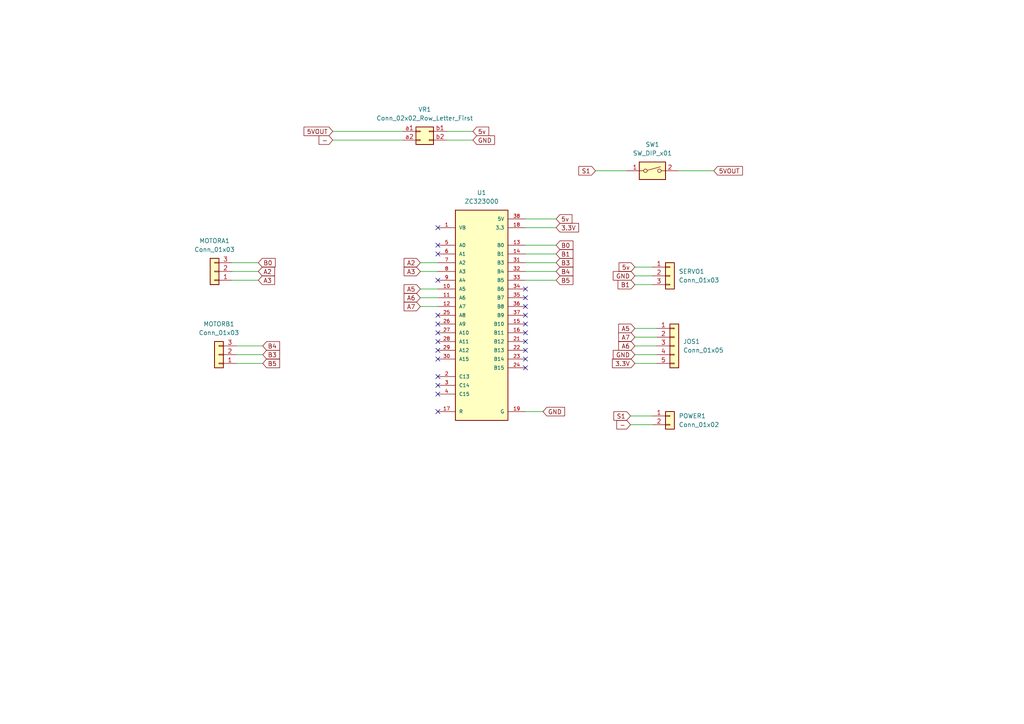
<source format=kicad_sch>
(kicad_sch
	(version 20250114)
	(generator "eeschema")
	(generator_version "9.0")
	(uuid "79364838-653f-49be-aa0d-4cabe2c1a89f")
	(paper "A4")
	(lib_symbols
		(symbol "Connector_Generic:Conn_01x02"
			(pin_names
				(offset 1.016)
				(hide yes)
			)
			(exclude_from_sim no)
			(in_bom yes)
			(on_board yes)
			(property "Reference" "J"
				(at 0 2.54 0)
				(effects
					(font
						(size 1.27 1.27)
					)
				)
			)
			(property "Value" "Conn_01x02"
				(at 0 -5.08 0)
				(effects
					(font
						(size 1.27 1.27)
					)
				)
			)
			(property "Footprint" ""
				(at 0 0 0)
				(effects
					(font
						(size 1.27 1.27)
					)
					(hide yes)
				)
			)
			(property "Datasheet" "~"
				(at 0 0 0)
				(effects
					(font
						(size 1.27 1.27)
					)
					(hide yes)
				)
			)
			(property "Description" "Generic connector, single row, 01x02, script generated (kicad-library-utils/schlib/autogen/connector/)"
				(at 0 0 0)
				(effects
					(font
						(size 1.27 1.27)
					)
					(hide yes)
				)
			)
			(property "ki_keywords" "connector"
				(at 0 0 0)
				(effects
					(font
						(size 1.27 1.27)
					)
					(hide yes)
				)
			)
			(property "ki_fp_filters" "Connector*:*_1x??_*"
				(at 0 0 0)
				(effects
					(font
						(size 1.27 1.27)
					)
					(hide yes)
				)
			)
			(symbol "Conn_01x02_1_1"
				(rectangle
					(start -1.27 1.27)
					(end 1.27 -3.81)
					(stroke
						(width 0.254)
						(type default)
					)
					(fill
						(type background)
					)
				)
				(rectangle
					(start -1.27 0.127)
					(end 0 -0.127)
					(stroke
						(width 0.1524)
						(type default)
					)
					(fill
						(type none)
					)
				)
				(rectangle
					(start -1.27 -2.413)
					(end 0 -2.667)
					(stroke
						(width 0.1524)
						(type default)
					)
					(fill
						(type none)
					)
				)
				(pin passive line
					(at -5.08 0 0)
					(length 3.81)
					(name "Pin_1"
						(effects
							(font
								(size 1.27 1.27)
							)
						)
					)
					(number "1"
						(effects
							(font
								(size 1.27 1.27)
							)
						)
					)
				)
				(pin passive line
					(at -5.08 -2.54 0)
					(length 3.81)
					(name "Pin_2"
						(effects
							(font
								(size 1.27 1.27)
							)
						)
					)
					(number "2"
						(effects
							(font
								(size 1.27 1.27)
							)
						)
					)
				)
			)
			(embedded_fonts no)
		)
		(symbol "Connector_Generic:Conn_01x03"
			(pin_names
				(offset 1.016)
				(hide yes)
			)
			(exclude_from_sim no)
			(in_bom yes)
			(on_board yes)
			(property "Reference" "J"
				(at 0 5.08 0)
				(effects
					(font
						(size 1.27 1.27)
					)
				)
			)
			(property "Value" "Conn_01x03"
				(at 0 -5.08 0)
				(effects
					(font
						(size 1.27 1.27)
					)
				)
			)
			(property "Footprint" ""
				(at 0 0 0)
				(effects
					(font
						(size 1.27 1.27)
					)
					(hide yes)
				)
			)
			(property "Datasheet" "~"
				(at 0 0 0)
				(effects
					(font
						(size 1.27 1.27)
					)
					(hide yes)
				)
			)
			(property "Description" "Generic connector, single row, 01x03, script generated (kicad-library-utils/schlib/autogen/connector/)"
				(at 0 0 0)
				(effects
					(font
						(size 1.27 1.27)
					)
					(hide yes)
				)
			)
			(property "ki_keywords" "connector"
				(at 0 0 0)
				(effects
					(font
						(size 1.27 1.27)
					)
					(hide yes)
				)
			)
			(property "ki_fp_filters" "Connector*:*_1x??_*"
				(at 0 0 0)
				(effects
					(font
						(size 1.27 1.27)
					)
					(hide yes)
				)
			)
			(symbol "Conn_01x03_1_1"
				(rectangle
					(start -1.27 3.81)
					(end 1.27 -3.81)
					(stroke
						(width 0.254)
						(type default)
					)
					(fill
						(type background)
					)
				)
				(rectangle
					(start -1.27 2.667)
					(end 0 2.413)
					(stroke
						(width 0.1524)
						(type default)
					)
					(fill
						(type none)
					)
				)
				(rectangle
					(start -1.27 0.127)
					(end 0 -0.127)
					(stroke
						(width 0.1524)
						(type default)
					)
					(fill
						(type none)
					)
				)
				(rectangle
					(start -1.27 -2.413)
					(end 0 -2.667)
					(stroke
						(width 0.1524)
						(type default)
					)
					(fill
						(type none)
					)
				)
				(pin passive line
					(at -5.08 2.54 0)
					(length 3.81)
					(name "Pin_1"
						(effects
							(font
								(size 1.27 1.27)
							)
						)
					)
					(number "1"
						(effects
							(font
								(size 1.27 1.27)
							)
						)
					)
				)
				(pin passive line
					(at -5.08 0 0)
					(length 3.81)
					(name "Pin_2"
						(effects
							(font
								(size 1.27 1.27)
							)
						)
					)
					(number "2"
						(effects
							(font
								(size 1.27 1.27)
							)
						)
					)
				)
				(pin passive line
					(at -5.08 -2.54 0)
					(length 3.81)
					(name "Pin_3"
						(effects
							(font
								(size 1.27 1.27)
							)
						)
					)
					(number "3"
						(effects
							(font
								(size 1.27 1.27)
							)
						)
					)
				)
			)
			(embedded_fonts no)
		)
		(symbol "Connector_Generic:Conn_01x05"
			(pin_names
				(offset 1.016)
				(hide yes)
			)
			(exclude_from_sim no)
			(in_bom yes)
			(on_board yes)
			(property "Reference" "J"
				(at 0 7.62 0)
				(effects
					(font
						(size 1.27 1.27)
					)
				)
			)
			(property "Value" "Conn_01x05"
				(at 0 -7.62 0)
				(effects
					(font
						(size 1.27 1.27)
					)
				)
			)
			(property "Footprint" ""
				(at 0 0 0)
				(effects
					(font
						(size 1.27 1.27)
					)
					(hide yes)
				)
			)
			(property "Datasheet" "~"
				(at 0 0 0)
				(effects
					(font
						(size 1.27 1.27)
					)
					(hide yes)
				)
			)
			(property "Description" "Generic connector, single row, 01x05, script generated (kicad-library-utils/schlib/autogen/connector/)"
				(at 0 0 0)
				(effects
					(font
						(size 1.27 1.27)
					)
					(hide yes)
				)
			)
			(property "ki_keywords" "connector"
				(at 0 0 0)
				(effects
					(font
						(size 1.27 1.27)
					)
					(hide yes)
				)
			)
			(property "ki_fp_filters" "Connector*:*_1x??_*"
				(at 0 0 0)
				(effects
					(font
						(size 1.27 1.27)
					)
					(hide yes)
				)
			)
			(symbol "Conn_01x05_1_1"
				(rectangle
					(start -1.27 6.35)
					(end 1.27 -6.35)
					(stroke
						(width 0.254)
						(type default)
					)
					(fill
						(type background)
					)
				)
				(rectangle
					(start -1.27 5.207)
					(end 0 4.953)
					(stroke
						(width 0.1524)
						(type default)
					)
					(fill
						(type none)
					)
				)
				(rectangle
					(start -1.27 2.667)
					(end 0 2.413)
					(stroke
						(width 0.1524)
						(type default)
					)
					(fill
						(type none)
					)
				)
				(rectangle
					(start -1.27 0.127)
					(end 0 -0.127)
					(stroke
						(width 0.1524)
						(type default)
					)
					(fill
						(type none)
					)
				)
				(rectangle
					(start -1.27 -2.413)
					(end 0 -2.667)
					(stroke
						(width 0.1524)
						(type default)
					)
					(fill
						(type none)
					)
				)
				(rectangle
					(start -1.27 -4.953)
					(end 0 -5.207)
					(stroke
						(width 0.1524)
						(type default)
					)
					(fill
						(type none)
					)
				)
				(pin passive line
					(at -5.08 5.08 0)
					(length 3.81)
					(name "Pin_1"
						(effects
							(font
								(size 1.27 1.27)
							)
						)
					)
					(number "1"
						(effects
							(font
								(size 1.27 1.27)
							)
						)
					)
				)
				(pin passive line
					(at -5.08 2.54 0)
					(length 3.81)
					(name "Pin_2"
						(effects
							(font
								(size 1.27 1.27)
							)
						)
					)
					(number "2"
						(effects
							(font
								(size 1.27 1.27)
							)
						)
					)
				)
				(pin passive line
					(at -5.08 0 0)
					(length 3.81)
					(name "Pin_3"
						(effects
							(font
								(size 1.27 1.27)
							)
						)
					)
					(number "3"
						(effects
							(font
								(size 1.27 1.27)
							)
						)
					)
				)
				(pin passive line
					(at -5.08 -2.54 0)
					(length 3.81)
					(name "Pin_4"
						(effects
							(font
								(size 1.27 1.27)
							)
						)
					)
					(number "4"
						(effects
							(font
								(size 1.27 1.27)
							)
						)
					)
				)
				(pin passive line
					(at -5.08 -5.08 0)
					(length 3.81)
					(name "Pin_5"
						(effects
							(font
								(size 1.27 1.27)
							)
						)
					)
					(number "5"
						(effects
							(font
								(size 1.27 1.27)
							)
						)
					)
				)
			)
			(embedded_fonts no)
		)
		(symbol "Connector_Generic:Conn_02x02_Row_Letter_First"
			(pin_names
				(offset 1.016)
				(hide yes)
			)
			(exclude_from_sim no)
			(in_bom yes)
			(on_board yes)
			(property "Reference" "J"
				(at 1.27 2.54 0)
				(effects
					(font
						(size 1.27 1.27)
					)
				)
			)
			(property "Value" "Conn_02x02_Row_Letter_First"
				(at 1.27 -5.08 0)
				(effects
					(font
						(size 1.27 1.27)
					)
				)
			)
			(property "Footprint" ""
				(at 0 0 0)
				(effects
					(font
						(size 1.27 1.27)
					)
					(hide yes)
				)
			)
			(property "Datasheet" "~"
				(at 0 0 0)
				(effects
					(font
						(size 1.27 1.27)
					)
					(hide yes)
				)
			)
			(property "Description" "Generic connector, double row, 02x02, row letter first pin numbering scheme (pin number consists of a letter for the row and a number for the pin index in this row. a1, ..., aN; b1, ..., bN), script generated (kicad-library-utils/schlib/autogen/connector/)"
				(at 0 0 0)
				(effects
					(font
						(size 1.27 1.27)
					)
					(hide yes)
				)
			)
			(property "ki_keywords" "connector"
				(at 0 0 0)
				(effects
					(font
						(size 1.27 1.27)
					)
					(hide yes)
				)
			)
			(property "ki_fp_filters" "Connector*:*_2x??_*"
				(at 0 0 0)
				(effects
					(font
						(size 1.27 1.27)
					)
					(hide yes)
				)
			)
			(symbol "Conn_02x02_Row_Letter_First_1_1"
				(rectangle
					(start -1.27 1.27)
					(end 3.81 -3.81)
					(stroke
						(width 0.254)
						(type default)
					)
					(fill
						(type background)
					)
				)
				(rectangle
					(start -1.27 0.127)
					(end 0 -0.127)
					(stroke
						(width 0.1524)
						(type default)
					)
					(fill
						(type none)
					)
				)
				(rectangle
					(start -1.27 -2.413)
					(end 0 -2.667)
					(stroke
						(width 0.1524)
						(type default)
					)
					(fill
						(type none)
					)
				)
				(rectangle
					(start 3.81 0.127)
					(end 2.54 -0.127)
					(stroke
						(width 0.1524)
						(type default)
					)
					(fill
						(type none)
					)
				)
				(rectangle
					(start 3.81 -2.413)
					(end 2.54 -2.667)
					(stroke
						(width 0.1524)
						(type default)
					)
					(fill
						(type none)
					)
				)
				(pin passive line
					(at -5.08 0 0)
					(length 3.81)
					(name "Pin_a1"
						(effects
							(font
								(size 1.27 1.27)
							)
						)
					)
					(number "a1"
						(effects
							(font
								(size 1.27 1.27)
							)
						)
					)
				)
				(pin passive line
					(at -5.08 -2.54 0)
					(length 3.81)
					(name "Pin_a2"
						(effects
							(font
								(size 1.27 1.27)
							)
						)
					)
					(number "a2"
						(effects
							(font
								(size 1.27 1.27)
							)
						)
					)
				)
				(pin passive line
					(at 7.62 0 180)
					(length 3.81)
					(name "Pin_b1"
						(effects
							(font
								(size 1.27 1.27)
							)
						)
					)
					(number "b1"
						(effects
							(font
								(size 1.27 1.27)
							)
						)
					)
				)
				(pin passive line
					(at 7.62 -2.54 180)
					(length 3.81)
					(name "Pin_b2"
						(effects
							(font
								(size 1.27 1.27)
							)
						)
					)
					(number "b2"
						(effects
							(font
								(size 1.27 1.27)
							)
						)
					)
				)
			)
			(embedded_fonts no)
		)
		(symbol "Switch:SW_DIP_x01"
			(pin_names
				(offset 0)
				(hide yes)
			)
			(exclude_from_sim no)
			(in_bom yes)
			(on_board yes)
			(property "Reference" "SW"
				(at 0 3.81 0)
				(effects
					(font
						(size 1.27 1.27)
					)
				)
			)
			(property "Value" "SW_DIP_x01"
				(at 0 -3.81 0)
				(effects
					(font
						(size 1.27 1.27)
					)
				)
			)
			(property "Footprint" ""
				(at 0 0 0)
				(effects
					(font
						(size 1.27 1.27)
					)
					(hide yes)
				)
			)
			(property "Datasheet" "~"
				(at 0 0 0)
				(effects
					(font
						(size 1.27 1.27)
					)
					(hide yes)
				)
			)
			(property "Description" "1x DIP Switch, Single Pole Single Throw (SPST) switch, small symbol"
				(at 0 0 0)
				(effects
					(font
						(size 1.27 1.27)
					)
					(hide yes)
				)
			)
			(property "ki_keywords" "dip switch"
				(at 0 0 0)
				(effects
					(font
						(size 1.27 1.27)
					)
					(hide yes)
				)
			)
			(property "ki_fp_filters" "SW?DIP?x1*"
				(at 0 0 0)
				(effects
					(font
						(size 1.27 1.27)
					)
					(hide yes)
				)
			)
			(symbol "SW_DIP_x01_0_0"
				(circle
					(center -2.032 0)
					(radius 0.508)
					(stroke
						(width 0)
						(type default)
					)
					(fill
						(type none)
					)
				)
				(polyline
					(pts
						(xy -1.524 0.127) (xy 2.3622 1.1684)
					)
					(stroke
						(width 0)
						(type default)
					)
					(fill
						(type none)
					)
				)
				(circle
					(center 2.032 0)
					(radius 0.508)
					(stroke
						(width 0)
						(type default)
					)
					(fill
						(type none)
					)
				)
			)
			(symbol "SW_DIP_x01_0_1"
				(rectangle
					(start -3.81 2.54)
					(end 3.81 -2.54)
					(stroke
						(width 0.254)
						(type default)
					)
					(fill
						(type background)
					)
				)
			)
			(symbol "SW_DIP_x01_1_1"
				(pin passive line
					(at -7.62 0 0)
					(length 5.08)
					(name "~"
						(effects
							(font
								(size 1.27 1.27)
							)
						)
					)
					(number "1"
						(effects
							(font
								(size 1.27 1.27)
							)
						)
					)
				)
				(pin passive line
					(at 7.62 0 180)
					(length 5.08)
					(name "~"
						(effects
							(font
								(size 1.27 1.27)
							)
						)
					)
					(number "2"
						(effects
							(font
								(size 1.27 1.27)
							)
						)
					)
				)
			)
			(embedded_fonts no)
		)
		(symbol "bulepill:ZC323000"
			(pin_names
				(offset 1.016)
			)
			(exclude_from_sim no)
			(in_bom yes)
			(on_board yes)
			(property "Reference" "U"
				(at -7.62 31.75 0)
				(effects
					(font
						(size 1.27 1.27)
					)
					(justify left bottom)
				)
			)
			(property "Value" "ZC323000"
				(at -7.62 -31.75 0)
				(effects
					(font
						(size 1.27 1.27)
					)
					(justify left top)
				)
			)
			(property "Footprint" "ZC323000:MODULE_ZC323000"
				(at 0 0 0)
				(effects
					(font
						(size 1.27 1.27)
					)
					(justify bottom)
					(hide yes)
				)
			)
			(property "Datasheet" ""
				(at 0 0 0)
				(effects
					(font
						(size 1.27 1.27)
					)
					(hide yes)
				)
			)
			(property "Description" ""
				(at 0 0 0)
				(effects
					(font
						(size 1.27 1.27)
					)
					(hide yes)
				)
			)
			(property "MF" "YKS"
				(at 0 0 0)
				(effects
					(font
						(size 1.27 1.27)
					)
					(justify bottom)
					(hide yes)
				)
			)
			(property "MAXIMUM_PACKAGE_HEIGHT" "N/A"
				(at 0 0 0)
				(effects
					(font
						(size 1.27 1.27)
					)
					(justify bottom)
					(hide yes)
				)
			)
			(property "Package" "None"
				(at 0 0 0)
				(effects
					(font
						(size 1.27 1.27)
					)
					(justify bottom)
					(hide yes)
				)
			)
			(property "Price" "None"
				(at 0 0 0)
				(effects
					(font
						(size 1.27 1.27)
					)
					(justify bottom)
					(hide yes)
				)
			)
			(property "Check_prices" "https://www.snapeda.com/parts/ZC323000/YKS/view-part/?ref=eda"
				(at 0 0 0)
				(effects
					(font
						(size 1.27 1.27)
					)
					(justify bottom)
					(hide yes)
				)
			)
			(property "STANDARD" "Manufacturer Recommendations"
				(at 0 0 0)
				(effects
					(font
						(size 1.27 1.27)
					)
					(justify bottom)
					(hide yes)
				)
			)
			(property "PARTREV" "N/A"
				(at 0 0 0)
				(effects
					(font
						(size 1.27 1.27)
					)
					(justify bottom)
					(hide yes)
				)
			)
			(property "SnapEDA_Link" "https://www.snapeda.com/parts/ZC323000/YKS/view-part/?ref=snap"
				(at 0 0 0)
				(effects
					(font
						(size 1.27 1.27)
					)
					(justify bottom)
					(hide yes)
				)
			)
			(property "MP" "ZC323000"
				(at 0 0 0)
				(effects
					(font
						(size 1.27 1.27)
					)
					(justify bottom)
					(hide yes)
				)
			)
			(property "Description_1" "STM32F103C8T6 ARM STM32 Minimum System Development Board Module For Arduino"
				(at 0 0 0)
				(effects
					(font
						(size 1.27 1.27)
					)
					(justify bottom)
					(hide yes)
				)
			)
			(property "Availability" "Not in stock"
				(at 0 0 0)
				(effects
					(font
						(size 1.27 1.27)
					)
					(justify bottom)
					(hide yes)
				)
			)
			(property "MANUFACTURER" "YKS"
				(at 0 0 0)
				(effects
					(font
						(size 1.27 1.27)
					)
					(justify bottom)
					(hide yes)
				)
			)
			(symbol "ZC323000_0_0"
				(rectangle
					(start -7.62 -30.48)
					(end 7.62 30.48)
					(stroke
						(width 0.254)
						(type default)
					)
					(fill
						(type background)
					)
				)
				(pin bidirectional line
					(at -12.7 25.4 0)
					(length 5.08)
					(name "VB"
						(effects
							(font
								(size 1.016 1.016)
							)
						)
					)
					(number "1"
						(effects
							(font
								(size 1.016 1.016)
							)
						)
					)
				)
				(pin bidirectional line
					(at -12.7 20.32 0)
					(length 5.08)
					(name "A0"
						(effects
							(font
								(size 1.016 1.016)
							)
						)
					)
					(number "5"
						(effects
							(font
								(size 1.016 1.016)
							)
						)
					)
				)
				(pin bidirectional line
					(at -12.7 17.78 0)
					(length 5.08)
					(name "A1"
						(effects
							(font
								(size 1.016 1.016)
							)
						)
					)
					(number "6"
						(effects
							(font
								(size 1.016 1.016)
							)
						)
					)
				)
				(pin bidirectional line
					(at -12.7 15.24 0)
					(length 5.08)
					(name "A2"
						(effects
							(font
								(size 1.016 1.016)
							)
						)
					)
					(number "7"
						(effects
							(font
								(size 1.016 1.016)
							)
						)
					)
				)
				(pin bidirectional line
					(at -12.7 12.7 0)
					(length 5.08)
					(name "A3"
						(effects
							(font
								(size 1.016 1.016)
							)
						)
					)
					(number "8"
						(effects
							(font
								(size 1.016 1.016)
							)
						)
					)
				)
				(pin bidirectional line
					(at -12.7 10.16 0)
					(length 5.08)
					(name "A4"
						(effects
							(font
								(size 1.016 1.016)
							)
						)
					)
					(number "9"
						(effects
							(font
								(size 1.016 1.016)
							)
						)
					)
				)
				(pin bidirectional line
					(at -12.7 7.62 0)
					(length 5.08)
					(name "A5"
						(effects
							(font
								(size 1.016 1.016)
							)
						)
					)
					(number "10"
						(effects
							(font
								(size 1.016 1.016)
							)
						)
					)
				)
				(pin bidirectional line
					(at -12.7 5.08 0)
					(length 5.08)
					(name "A6"
						(effects
							(font
								(size 1.016 1.016)
							)
						)
					)
					(number "11"
						(effects
							(font
								(size 1.016 1.016)
							)
						)
					)
				)
				(pin bidirectional line
					(at -12.7 2.54 0)
					(length 5.08)
					(name "A7"
						(effects
							(font
								(size 1.016 1.016)
							)
						)
					)
					(number "12"
						(effects
							(font
								(size 1.016 1.016)
							)
						)
					)
				)
				(pin bidirectional line
					(at -12.7 0 0)
					(length 5.08)
					(name "A8"
						(effects
							(font
								(size 1.016 1.016)
							)
						)
					)
					(number "25"
						(effects
							(font
								(size 1.016 1.016)
							)
						)
					)
				)
				(pin bidirectional line
					(at -12.7 -2.54 0)
					(length 5.08)
					(name "A9"
						(effects
							(font
								(size 1.016 1.016)
							)
						)
					)
					(number "26"
						(effects
							(font
								(size 1.016 1.016)
							)
						)
					)
				)
				(pin bidirectional line
					(at -12.7 -5.08 0)
					(length 5.08)
					(name "A10"
						(effects
							(font
								(size 1.016 1.016)
							)
						)
					)
					(number "27"
						(effects
							(font
								(size 1.016 1.016)
							)
						)
					)
				)
				(pin bidirectional line
					(at -12.7 -7.62 0)
					(length 5.08)
					(name "A11"
						(effects
							(font
								(size 1.016 1.016)
							)
						)
					)
					(number "28"
						(effects
							(font
								(size 1.016 1.016)
							)
						)
					)
				)
				(pin bidirectional line
					(at -12.7 -10.16 0)
					(length 5.08)
					(name "A12"
						(effects
							(font
								(size 1.016 1.016)
							)
						)
					)
					(number "29"
						(effects
							(font
								(size 1.016 1.016)
							)
						)
					)
				)
				(pin bidirectional line
					(at -12.7 -12.7 0)
					(length 5.08)
					(name "A15"
						(effects
							(font
								(size 1.016 1.016)
							)
						)
					)
					(number "30"
						(effects
							(font
								(size 1.016 1.016)
							)
						)
					)
				)
				(pin bidirectional line
					(at -12.7 -17.78 0)
					(length 5.08)
					(name "C13"
						(effects
							(font
								(size 1.016 1.016)
							)
						)
					)
					(number "2"
						(effects
							(font
								(size 1.016 1.016)
							)
						)
					)
				)
				(pin bidirectional line
					(at -12.7 -20.32 0)
					(length 5.08)
					(name "C14"
						(effects
							(font
								(size 1.016 1.016)
							)
						)
					)
					(number "3"
						(effects
							(font
								(size 1.016 1.016)
							)
						)
					)
				)
				(pin bidirectional line
					(at -12.7 -22.86 0)
					(length 5.08)
					(name "C15"
						(effects
							(font
								(size 1.016 1.016)
							)
						)
					)
					(number "4"
						(effects
							(font
								(size 1.016 1.016)
							)
						)
					)
				)
				(pin bidirectional line
					(at -12.7 -27.94 0)
					(length 5.08)
					(name "R"
						(effects
							(font
								(size 1.016 1.016)
							)
						)
					)
					(number "17"
						(effects
							(font
								(size 1.016 1.016)
							)
						)
					)
				)
				(pin power_in line
					(at 12.7 27.94 180)
					(length 5.08)
					(name "5V"
						(effects
							(font
								(size 1.016 1.016)
							)
						)
					)
					(number "38"
						(effects
							(font
								(size 1.016 1.016)
							)
						)
					)
				)
				(pin power_in line
					(at 12.7 25.4 180)
					(length 5.08)
					(name "3.3"
						(effects
							(font
								(size 1.016 1.016)
							)
						)
					)
					(number "18"
						(effects
							(font
								(size 1.016 1.016)
							)
						)
					)
				)
				(pin power_in line
					(at 12.7 25.4 180)
					(length 5.08)
					(hide yes)
					(name "3.3"
						(effects
							(font
								(size 1.016 1.016)
							)
						)
					)
					(number "40"
						(effects
							(font
								(size 1.016 1.016)
							)
						)
					)
				)
				(pin bidirectional line
					(at 12.7 20.32 180)
					(length 5.08)
					(name "B0"
						(effects
							(font
								(size 1.016 1.016)
							)
						)
					)
					(number "13"
						(effects
							(font
								(size 1.016 1.016)
							)
						)
					)
				)
				(pin bidirectional line
					(at 12.7 17.78 180)
					(length 5.08)
					(name "B1"
						(effects
							(font
								(size 1.016 1.016)
							)
						)
					)
					(number "14"
						(effects
							(font
								(size 1.016 1.016)
							)
						)
					)
				)
				(pin bidirectional line
					(at 12.7 15.24 180)
					(length 5.08)
					(name "B3"
						(effects
							(font
								(size 1.016 1.016)
							)
						)
					)
					(number "31"
						(effects
							(font
								(size 1.016 1.016)
							)
						)
					)
				)
				(pin bidirectional line
					(at 12.7 12.7 180)
					(length 5.08)
					(name "B4"
						(effects
							(font
								(size 1.016 1.016)
							)
						)
					)
					(number "32"
						(effects
							(font
								(size 1.016 1.016)
							)
						)
					)
				)
				(pin bidirectional line
					(at 12.7 10.16 180)
					(length 5.08)
					(name "B5"
						(effects
							(font
								(size 1.016 1.016)
							)
						)
					)
					(number "33"
						(effects
							(font
								(size 1.016 1.016)
							)
						)
					)
				)
				(pin bidirectional line
					(at 12.7 7.62 180)
					(length 5.08)
					(name "B6"
						(effects
							(font
								(size 1.016 1.016)
							)
						)
					)
					(number "34"
						(effects
							(font
								(size 1.016 1.016)
							)
						)
					)
				)
				(pin bidirectional line
					(at 12.7 5.08 180)
					(length 5.08)
					(name "B7"
						(effects
							(font
								(size 1.016 1.016)
							)
						)
					)
					(number "35"
						(effects
							(font
								(size 1.016 1.016)
							)
						)
					)
				)
				(pin bidirectional line
					(at 12.7 2.54 180)
					(length 5.08)
					(name "B8"
						(effects
							(font
								(size 1.016 1.016)
							)
						)
					)
					(number "36"
						(effects
							(font
								(size 1.016 1.016)
							)
						)
					)
				)
				(pin bidirectional line
					(at 12.7 0 180)
					(length 5.08)
					(name "B9"
						(effects
							(font
								(size 1.016 1.016)
							)
						)
					)
					(number "37"
						(effects
							(font
								(size 1.016 1.016)
							)
						)
					)
				)
				(pin bidirectional line
					(at 12.7 -2.54 180)
					(length 5.08)
					(name "B10"
						(effects
							(font
								(size 1.016 1.016)
							)
						)
					)
					(number "15"
						(effects
							(font
								(size 1.016 1.016)
							)
						)
					)
				)
				(pin bidirectional line
					(at 12.7 -5.08 180)
					(length 5.08)
					(name "B11"
						(effects
							(font
								(size 1.016 1.016)
							)
						)
					)
					(number "16"
						(effects
							(font
								(size 1.016 1.016)
							)
						)
					)
				)
				(pin bidirectional line
					(at 12.7 -7.62 180)
					(length 5.08)
					(name "B12"
						(effects
							(font
								(size 1.016 1.016)
							)
						)
					)
					(number "21"
						(effects
							(font
								(size 1.016 1.016)
							)
						)
					)
				)
				(pin bidirectional line
					(at 12.7 -10.16 180)
					(length 5.08)
					(name "B13"
						(effects
							(font
								(size 1.016 1.016)
							)
						)
					)
					(number "22"
						(effects
							(font
								(size 1.016 1.016)
							)
						)
					)
				)
				(pin bidirectional line
					(at 12.7 -12.7 180)
					(length 5.08)
					(name "B14"
						(effects
							(font
								(size 1.016 1.016)
							)
						)
					)
					(number "23"
						(effects
							(font
								(size 1.016 1.016)
							)
						)
					)
				)
				(pin bidirectional line
					(at 12.7 -15.24 180)
					(length 5.08)
					(name "B15"
						(effects
							(font
								(size 1.016 1.016)
							)
						)
					)
					(number "24"
						(effects
							(font
								(size 1.016 1.016)
							)
						)
					)
				)
				(pin power_in line
					(at 12.7 -27.94 180)
					(length 5.08)
					(name "G"
						(effects
							(font
								(size 1.016 1.016)
							)
						)
					)
					(number "19"
						(effects
							(font
								(size 1.016 1.016)
							)
						)
					)
				)
				(pin power_in line
					(at 12.7 -27.94 180)
					(length 5.08)
					(hide yes)
					(name "G"
						(effects
							(font
								(size 1.016 1.016)
							)
						)
					)
					(number "20"
						(effects
							(font
								(size 1.016 1.016)
							)
						)
					)
				)
				(pin power_in line
					(at 12.7 -27.94 180)
					(length 5.08)
					(hide yes)
					(name "G"
						(effects
							(font
								(size 1.016 1.016)
							)
						)
					)
					(number "39"
						(effects
							(font
								(size 1.016 1.016)
							)
						)
					)
				)
			)
			(embedded_fonts no)
		)
	)
	(no_connect
		(at 152.4 96.52)
		(uuid "1409956e-9bad-45c3-b218-99ac6e9eb47a")
	)
	(no_connect
		(at 127 73.66)
		(uuid "2075f63e-de25-4184-8cd6-5e3a72e243d7")
	)
	(no_connect
		(at 152.4 101.6)
		(uuid "25fb864f-8c00-4abc-854b-126013dc4fa6")
	)
	(no_connect
		(at 152.4 106.68)
		(uuid "422492e4-348b-4904-8098-e0415fae36da")
	)
	(no_connect
		(at 127 109.22)
		(uuid "490d50f3-bb13-4129-8f7a-4af8aca3232b")
	)
	(no_connect
		(at 152.4 91.44)
		(uuid "567aeac9-36aa-42fe-b726-a184092b32f8")
	)
	(no_connect
		(at 127 111.76)
		(uuid "69855662-2639-45c7-94cf-2acb8779db40")
	)
	(no_connect
		(at 152.4 83.82)
		(uuid "716f27bd-aa4f-4279-9b38-6395226f05fa")
	)
	(no_connect
		(at 152.4 104.14)
		(uuid "71cd67d1-a460-4ed4-9a86-67d80bda6d00")
	)
	(no_connect
		(at 127 66.04)
		(uuid "731b13d1-85b4-4471-b9ef-6425bcee86df")
	)
	(no_connect
		(at 127 99.06)
		(uuid "8536d710-2ab4-4d5c-a670-7666a22247c4")
	)
	(no_connect
		(at 127 101.6)
		(uuid "8747f978-adad-4036-b65d-8a62b6deaa45")
	)
	(no_connect
		(at 127 81.28)
		(uuid "8d5991ed-57eb-47fd-a5ee-7c47380ffc22")
	)
	(no_connect
		(at 127 114.3)
		(uuid "8f559ce3-71ad-419f-bb0b-ac5f288c83bf")
	)
	(no_connect
		(at 127 93.98)
		(uuid "9742a9ed-0921-4843-88b2-f1d8d426fd2c")
	)
	(no_connect
		(at 152.4 93.98)
		(uuid "9f54d485-130a-4941-b335-5bea1e1f5905")
	)
	(no_connect
		(at 152.4 99.06)
		(uuid "a977535e-b43e-4249-9141-a9f381e407b5")
	)
	(no_connect
		(at 152.4 86.36)
		(uuid "b443b6e5-55fa-4a7d-ad34-fd94bca45f55")
	)
	(no_connect
		(at 127 104.14)
		(uuid "b56f8c5a-7a82-41ee-891e-2a3197498ba8")
	)
	(no_connect
		(at 127 91.44)
		(uuid "c2dc1335-8f62-40e1-80a9-39a8c43334b5")
	)
	(no_connect
		(at 127 96.52)
		(uuid "cfad66b3-1635-48fb-bbfd-6707f282b703")
	)
	(no_connect
		(at 152.4 88.9)
		(uuid "e0e4007a-fe4f-44c3-b33a-e7120223086c")
	)
	(no_connect
		(at 127 71.12)
		(uuid "e8cc93f2-1fef-4715-924b-f55fa5505ceb")
	)
	(no_connect
		(at 127 119.38)
		(uuid "f7a6b6f8-244e-4cad-bb8d-84a53fde5c8b")
	)
	(wire
		(pts
			(xy 152.4 71.12) (xy 161.29 71.12)
		)
		(stroke
			(width 0)
			(type default)
		)
		(uuid "003b3cce-629e-47fd-a23c-5374ae8d4adc")
	)
	(wire
		(pts
			(xy 96.52 38.1) (xy 116.84 38.1)
		)
		(stroke
			(width 0)
			(type default)
		)
		(uuid "0da89797-674b-404c-bcc7-54edd03e9260")
	)
	(wire
		(pts
			(xy 121.92 83.82) (xy 127 83.82)
		)
		(stroke
			(width 0)
			(type default)
		)
		(uuid "11cb3fb9-7a7b-42b6-803e-edee209b6c5f")
	)
	(wire
		(pts
			(xy 152.4 81.28) (xy 161.29 81.28)
		)
		(stroke
			(width 0)
			(type default)
		)
		(uuid "13d0f838-4014-4473-b529-6b74448e105c")
	)
	(wire
		(pts
			(xy 184.15 95.25) (xy 190.5 95.25)
		)
		(stroke
			(width 0)
			(type default)
		)
		(uuid "2b7d5d03-cb96-48da-a3a7-c70c0c37b880")
	)
	(wire
		(pts
			(xy 121.92 88.9) (xy 127 88.9)
		)
		(stroke
			(width 0)
			(type default)
		)
		(uuid "2f3c699e-feef-4f79-9a7f-2eb1b1aebe25")
	)
	(wire
		(pts
			(xy 184.15 80.01) (xy 189.23 80.01)
		)
		(stroke
			(width 0)
			(type default)
		)
		(uuid "377074ba-24d2-4df3-81f9-091cb4316fcd")
	)
	(wire
		(pts
			(xy 184.15 102.87) (xy 190.5 102.87)
		)
		(stroke
			(width 0)
			(type default)
		)
		(uuid "385faea6-2ccd-4d6d-91e4-d5544fe78776")
	)
	(wire
		(pts
			(xy 67.31 81.28) (xy 74.93 81.28)
		)
		(stroke
			(width 0)
			(type default)
		)
		(uuid "3aaa5841-9184-483e-a118-abb0a977e6fb")
	)
	(wire
		(pts
			(xy 121.92 76.2) (xy 127 76.2)
		)
		(stroke
			(width 0)
			(type default)
		)
		(uuid "46959e78-2354-4f99-90a1-e1b0f724db09")
	)
	(wire
		(pts
			(xy 129.54 40.64) (xy 137.16 40.64)
		)
		(stroke
			(width 0)
			(type default)
		)
		(uuid "47a5f59e-cce3-43d0-be3d-4e52b8ea7491")
	)
	(wire
		(pts
			(xy 152.4 78.74) (xy 161.29 78.74)
		)
		(stroke
			(width 0)
			(type default)
		)
		(uuid "47ee5be2-e716-411c-bf56-d719231e8c72")
	)
	(wire
		(pts
			(xy 67.31 78.74) (xy 74.93 78.74)
		)
		(stroke
			(width 0)
			(type default)
		)
		(uuid "4d900b41-a9f0-4d6d-9e97-7e491597c9f8")
	)
	(wire
		(pts
			(xy 152.4 73.66) (xy 161.29 73.66)
		)
		(stroke
			(width 0)
			(type default)
		)
		(uuid "523535af-762d-4328-8414-6f8f16008307")
	)
	(wire
		(pts
			(xy 184.15 97.79) (xy 190.5 97.79)
		)
		(stroke
			(width 0)
			(type default)
		)
		(uuid "574563be-b10f-4555-b389-2b75756e13e4")
	)
	(wire
		(pts
			(xy 129.54 38.1) (xy 137.16 38.1)
		)
		(stroke
			(width 0)
			(type default)
		)
		(uuid "69affd41-3666-4c7d-9720-858da7a8f639")
	)
	(wire
		(pts
			(xy 182.88 123.19) (xy 189.23 123.19)
		)
		(stroke
			(width 0)
			(type default)
		)
		(uuid "6a0afc49-6b7d-40b8-a481-efc63e52f9ad")
	)
	(wire
		(pts
			(xy 152.4 63.5) (xy 161.29 63.5)
		)
		(stroke
			(width 0)
			(type default)
		)
		(uuid "70ffafb4-015e-4d79-b3c9-6debd9e52876")
	)
	(wire
		(pts
			(xy 68.58 102.87) (xy 76.2 102.87)
		)
		(stroke
			(width 0)
			(type default)
		)
		(uuid "7c8a09db-bc47-464d-b3cd-2135d5b2ef84")
	)
	(wire
		(pts
			(xy 182.88 120.65) (xy 189.23 120.65)
		)
		(stroke
			(width 0)
			(type default)
		)
		(uuid "86589bbb-bd85-455a-8e82-0beaa1116553")
	)
	(wire
		(pts
			(xy 172.72 49.53) (xy 181.61 49.53)
		)
		(stroke
			(width 0)
			(type default)
		)
		(uuid "879c69f3-aff6-469e-ae64-bc7ca35e8623")
	)
	(wire
		(pts
			(xy 184.15 100.33) (xy 190.5 100.33)
		)
		(stroke
			(width 0)
			(type default)
		)
		(uuid "88822d35-bd08-4a1f-af62-5f48b989ebca")
	)
	(wire
		(pts
			(xy 96.52 40.64) (xy 116.84 40.64)
		)
		(stroke
			(width 0)
			(type default)
		)
		(uuid "8a6cfdfb-0015-40b6-866c-6c8c240dbc15")
	)
	(wire
		(pts
			(xy 184.15 105.41) (xy 190.5 105.41)
		)
		(stroke
			(width 0)
			(type default)
		)
		(uuid "95a821f1-bc2f-4dd0-904f-d8ca77cdf35d")
	)
	(wire
		(pts
			(xy 68.58 105.41) (xy 76.2 105.41)
		)
		(stroke
			(width 0)
			(type default)
		)
		(uuid "9fce4570-516d-45d9-a06a-c04eed2fff7a")
	)
	(wire
		(pts
			(xy 121.92 78.74) (xy 127 78.74)
		)
		(stroke
			(width 0)
			(type default)
		)
		(uuid "aebb8cb2-7d01-4dcd-9d84-5ada8e24b3a0")
	)
	(wire
		(pts
			(xy 121.92 86.36) (xy 127 86.36)
		)
		(stroke
			(width 0)
			(type default)
		)
		(uuid "beacffbd-35e2-4452-bf09-10d927add782")
	)
	(wire
		(pts
			(xy 152.4 66.04) (xy 161.29 66.04)
		)
		(stroke
			(width 0)
			(type default)
		)
		(uuid "c9819f91-2bef-4b7c-82e9-782966ab24a3")
	)
	(wire
		(pts
			(xy 184.15 82.55) (xy 189.23 82.55)
		)
		(stroke
			(width 0)
			(type default)
		)
		(uuid "cb4d1839-f86a-4993-8f17-b7db7bdd9708")
	)
	(wire
		(pts
			(xy 152.4 76.2) (xy 161.29 76.2)
		)
		(stroke
			(width 0)
			(type default)
		)
		(uuid "cbf93737-533d-428e-ad23-ecd458513cd6")
	)
	(wire
		(pts
			(xy 196.85 49.53) (xy 207.01 49.53)
		)
		(stroke
			(width 0)
			(type default)
		)
		(uuid "d1b409ac-6d02-4b19-8f6c-485b001ecd8f")
	)
	(wire
		(pts
			(xy 152.4 119.38) (xy 157.48 119.38)
		)
		(stroke
			(width 0)
			(type default)
		)
		(uuid "d2852a83-70e1-432c-b903-731eddd045eb")
	)
	(wire
		(pts
			(xy 68.58 100.33) (xy 76.2 100.33)
		)
		(stroke
			(width 0)
			(type default)
		)
		(uuid "dace8b15-7978-468f-b1da-525bae9dbf9b")
	)
	(wire
		(pts
			(xy 184.15 77.47) (xy 189.23 77.47)
		)
		(stroke
			(width 0)
			(type default)
		)
		(uuid "e1c9ea6d-e9d3-46aa-9012-19e0a57d877c")
	)
	(wire
		(pts
			(xy 67.31 76.2) (xy 74.93 76.2)
		)
		(stroke
			(width 0)
			(type default)
		)
		(uuid "ed6bf5ff-4713-4849-a949-cda4597958dc")
	)
	(global_label "A2"
		(shape input)
		(at 121.92 76.2 180)
		(fields_autoplaced yes)
		(effects
			(font
				(size 1.27 1.27)
			)
			(justify right)
		)
		(uuid "08ebf263-de93-4912-96a9-ca5fa7b25297")
		(property "Intersheetrefs" "${INTERSHEET_REFS}"
			(at 116.6367 76.2 0)
			(effects
				(font
					(size 1.27 1.27)
				)
				(justify right)
				(hide yes)
			)
		)
	)
	(global_label "A6"
		(shape input)
		(at 121.92 86.36 180)
		(fields_autoplaced yes)
		(effects
			(font
				(size 1.27 1.27)
			)
			(justify right)
		)
		(uuid "26e53679-9dd0-413c-a184-c62dc3ad092e")
		(property "Intersheetrefs" "${INTERSHEET_REFS}"
			(at 116.6367 86.36 0)
			(effects
				(font
					(size 1.27 1.27)
				)
				(justify right)
				(hide yes)
			)
		)
	)
	(global_label "-"
		(shape input)
		(at 96.52 40.64 180)
		(fields_autoplaced yes)
		(effects
			(font
				(size 1.27 1.27)
			)
			(justify right)
		)
		(uuid "2ddaeb90-7a78-4884-bd7f-587886aebaf4")
		(property "Intersheetrefs" "${INTERSHEET_REFS}"
			(at 91.9624 40.64 0)
			(effects
				(font
					(size 1.27 1.27)
				)
				(justify right)
				(hide yes)
			)
		)
	)
	(global_label "S1"
		(shape input)
		(at 172.72 49.53 180)
		(fields_autoplaced yes)
		(effects
			(font
				(size 1.27 1.27)
			)
			(justify right)
		)
		(uuid "2e922bd8-b901-450d-90ef-67717a1ac554")
		(property "Intersheetrefs" "${INTERSHEET_REFS}"
			(at 167.3158 49.53 0)
			(effects
				(font
					(size 1.27 1.27)
				)
				(justify right)
				(hide yes)
			)
		)
	)
	(global_label "3.3V"
		(shape input)
		(at 161.29 66.04 0)
		(fields_autoplaced yes)
		(effects
			(font
				(size 1.27 1.27)
			)
			(justify left)
		)
		(uuid "33b7a775-49e0-4733-b6c2-1d61c195cc35")
		(property "Intersheetrefs" "${INTERSHEET_REFS}"
			(at 168.3876 66.04 0)
			(effects
				(font
					(size 1.27 1.27)
				)
				(justify left)
				(hide yes)
			)
		)
	)
	(global_label "5VOUT"
		(shape input)
		(at 96.52 38.1 180)
		(fields_autoplaced yes)
		(effects
			(font
				(size 1.27 1.27)
			)
			(justify right)
		)
		(uuid "486ac651-bdd8-488a-8b9c-fcca5be2467d")
		(property "Intersheetrefs" "${INTERSHEET_REFS}"
			(at 87.6081 38.1 0)
			(effects
				(font
					(size 1.27 1.27)
				)
				(justify right)
				(hide yes)
			)
		)
	)
	(global_label "GND"
		(shape input)
		(at 184.15 80.01 180)
		(fields_autoplaced yes)
		(effects
			(font
				(size 1.27 1.27)
			)
			(justify right)
		)
		(uuid "4a91a97a-7844-434a-a060-825616af3b72")
		(property "Intersheetrefs" "${INTERSHEET_REFS}"
			(at 177.2943 80.01 0)
			(effects
				(font
					(size 1.27 1.27)
				)
				(justify right)
				(hide yes)
			)
		)
	)
	(global_label "B3"
		(shape input)
		(at 76.2 102.87 0)
		(fields_autoplaced yes)
		(effects
			(font
				(size 1.27 1.27)
			)
			(justify left)
		)
		(uuid "628bc8cb-9ba7-4349-89fe-106d8ec8c5e7")
		(property "Intersheetrefs" "${INTERSHEET_REFS}"
			(at 81.6647 102.87 0)
			(effects
				(font
					(size 1.27 1.27)
				)
				(justify left)
				(hide yes)
			)
		)
	)
	(global_label "A2"
		(shape input)
		(at 74.93 78.74 0)
		(fields_autoplaced yes)
		(effects
			(font
				(size 1.27 1.27)
			)
			(justify left)
		)
		(uuid "747bb513-f594-4e0e-8007-f81da43221ad")
		(property "Intersheetrefs" "${INTERSHEET_REFS}"
			(at 80.2133 78.74 0)
			(effects
				(font
					(size 1.27 1.27)
				)
				(justify left)
				(hide yes)
			)
		)
	)
	(global_label "A5"
		(shape input)
		(at 184.15 95.25 180)
		(fields_autoplaced yes)
		(effects
			(font
				(size 1.27 1.27)
			)
			(justify right)
		)
		(uuid "74ce4ac7-96ea-4c8f-bdc2-63fd01be685b")
		(property "Intersheetrefs" "${INTERSHEET_REFS}"
			(at 178.8667 95.25 0)
			(effects
				(font
					(size 1.27 1.27)
				)
				(justify right)
				(hide yes)
			)
		)
	)
	(global_label "B0"
		(shape input)
		(at 74.93 76.2 0)
		(fields_autoplaced yes)
		(effects
			(font
				(size 1.27 1.27)
			)
			(justify left)
		)
		(uuid "75fa8c60-f00c-4fe7-93f2-4a8902ddafae")
		(property "Intersheetrefs" "${INTERSHEET_REFS}"
			(at 80.3947 76.2 0)
			(effects
				(font
					(size 1.27 1.27)
				)
				(justify left)
				(hide yes)
			)
		)
	)
	(global_label "5VOUT"
		(shape input)
		(at 207.01 49.53 0)
		(fields_autoplaced yes)
		(effects
			(font
				(size 1.27 1.27)
			)
			(justify left)
		)
		(uuid "7a4ad997-6037-40ef-99d1-3cb4eb40791d")
		(property "Intersheetrefs" "${INTERSHEET_REFS}"
			(at 215.9219 49.53 0)
			(effects
				(font
					(size 1.27 1.27)
				)
				(justify left)
				(hide yes)
			)
		)
	)
	(global_label "B3"
		(shape input)
		(at 161.29 76.2 0)
		(fields_autoplaced yes)
		(effects
			(font
				(size 1.27 1.27)
			)
			(justify left)
		)
		(uuid "7c50ba76-9030-401e-a819-992d681dd7f6")
		(property "Intersheetrefs" "${INTERSHEET_REFS}"
			(at 166.7547 76.2 0)
			(effects
				(font
					(size 1.27 1.27)
				)
				(justify left)
				(hide yes)
			)
		)
	)
	(global_label "A6"
		(shape input)
		(at 184.15 100.33 180)
		(fields_autoplaced yes)
		(effects
			(font
				(size 1.27 1.27)
			)
			(justify right)
		)
		(uuid "7da7deaa-eaa1-4a76-944a-3e4268ec76ce")
		(property "Intersheetrefs" "${INTERSHEET_REFS}"
			(at 178.8667 100.33 0)
			(effects
				(font
					(size 1.27 1.27)
				)
				(justify right)
				(hide yes)
			)
		)
	)
	(global_label "B1"
		(shape input)
		(at 184.15 82.55 180)
		(fields_autoplaced yes)
		(effects
			(font
				(size 1.27 1.27)
			)
			(justify right)
		)
		(uuid "7e08dbe7-67b8-4633-9a65-a1cab95fdc4e")
		(property "Intersheetrefs" "${INTERSHEET_REFS}"
			(at 178.6853 82.55 0)
			(effects
				(font
					(size 1.27 1.27)
				)
				(justify right)
				(hide yes)
			)
		)
	)
	(global_label "5v"
		(shape input)
		(at 184.15 77.47 180)
		(fields_autoplaced yes)
		(effects
			(font
				(size 1.27 1.27)
			)
			(justify right)
		)
		(uuid "82d84e9f-a33e-4a95-abee-96c81181124a")
		(property "Intersheetrefs" "${INTERSHEET_REFS}"
			(at 178.9877 77.47 0)
			(effects
				(font
					(size 1.27 1.27)
				)
				(justify right)
				(hide yes)
			)
		)
	)
	(global_label "A3"
		(shape input)
		(at 121.92 78.74 180)
		(fields_autoplaced yes)
		(effects
			(font
				(size 1.27 1.27)
			)
			(justify right)
		)
		(uuid "83214f57-f904-4ed5-ae21-409b6ec311b7")
		(property "Intersheetrefs" "${INTERSHEET_REFS}"
			(at 116.6367 78.74 0)
			(effects
				(font
					(size 1.27 1.27)
				)
				(justify right)
				(hide yes)
			)
		)
	)
	(global_label "B5"
		(shape input)
		(at 161.29 81.28 0)
		(fields_autoplaced yes)
		(effects
			(font
				(size 1.27 1.27)
			)
			(justify left)
		)
		(uuid "90b676c6-e589-4fe2-b6c7-62fac73b6c43")
		(property "Intersheetrefs" "${INTERSHEET_REFS}"
			(at 166.7547 81.28 0)
			(effects
				(font
					(size 1.27 1.27)
				)
				(justify left)
				(hide yes)
			)
		)
	)
	(global_label "B4"
		(shape input)
		(at 76.2 100.33 0)
		(fields_autoplaced yes)
		(effects
			(font
				(size 1.27 1.27)
			)
			(justify left)
		)
		(uuid "959f1a5d-f6ce-4702-82aa-4ad5745d0d98")
		(property "Intersheetrefs" "${INTERSHEET_REFS}"
			(at 81.6647 100.33 0)
			(effects
				(font
					(size 1.27 1.27)
				)
				(justify left)
				(hide yes)
			)
		)
	)
	(global_label "GND"
		(shape input)
		(at 184.15 102.87 180)
		(fields_autoplaced yes)
		(effects
			(font
				(size 1.27 1.27)
			)
			(justify right)
		)
		(uuid "adf33a74-23bb-4861-9300-f2f81f760f9f")
		(property "Intersheetrefs" "${INTERSHEET_REFS}"
			(at 177.2943 102.87 0)
			(effects
				(font
					(size 1.27 1.27)
				)
				(justify right)
				(hide yes)
			)
		)
	)
	(global_label "5v"
		(shape input)
		(at 161.29 63.5 0)
		(fields_autoplaced yes)
		(effects
			(font
				(size 1.27 1.27)
			)
			(justify left)
		)
		(uuid "b9de747e-ec64-44d9-aea2-ad2eebacb67b")
		(property "Intersheetrefs" "${INTERSHEET_REFS}"
			(at 166.4523 63.5 0)
			(effects
				(font
					(size 1.27 1.27)
				)
				(justify left)
				(hide yes)
			)
		)
	)
	(global_label "A7"
		(shape input)
		(at 121.92 88.9 180)
		(fields_autoplaced yes)
		(effects
			(font
				(size 1.27 1.27)
			)
			(justify right)
		)
		(uuid "be8fd739-b6de-4545-af5f-eebe5c0f9462")
		(property "Intersheetrefs" "${INTERSHEET_REFS}"
			(at 116.6367 88.9 0)
			(effects
				(font
					(size 1.27 1.27)
				)
				(justify right)
				(hide yes)
			)
		)
	)
	(global_label "A3"
		(shape input)
		(at 74.93 81.28 0)
		(fields_autoplaced yes)
		(effects
			(font
				(size 1.27 1.27)
			)
			(justify left)
		)
		(uuid "c7bcfa6b-6a6c-4f81-96f7-225746865584")
		(property "Intersheetrefs" "${INTERSHEET_REFS}"
			(at 80.2133 81.28 0)
			(effects
				(font
					(size 1.27 1.27)
				)
				(justify left)
				(hide yes)
			)
		)
	)
	(global_label "B4"
		(shape input)
		(at 161.29 78.74 0)
		(fields_autoplaced yes)
		(effects
			(font
				(size 1.27 1.27)
			)
			(justify left)
		)
		(uuid "c8cb9d36-cabb-4977-b851-56b48a0bd46b")
		(property "Intersheetrefs" "${INTERSHEET_REFS}"
			(at 166.7547 78.74 0)
			(effects
				(font
					(size 1.27 1.27)
				)
				(justify left)
				(hide yes)
			)
		)
	)
	(global_label "B5"
		(shape input)
		(at 76.2 105.41 0)
		(fields_autoplaced yes)
		(effects
			(font
				(size 1.27 1.27)
			)
			(justify left)
		)
		(uuid "c8fea765-33ff-453b-a7c2-c52f4a75590f")
		(property "Intersheetrefs" "${INTERSHEET_REFS}"
			(at 81.6647 105.41 0)
			(effects
				(font
					(size 1.27 1.27)
				)
				(justify left)
				(hide yes)
			)
		)
	)
	(global_label "GND"
		(shape input)
		(at 137.16 40.64 0)
		(fields_autoplaced yes)
		(effects
			(font
				(size 1.27 1.27)
			)
			(justify left)
		)
		(uuid "cc9e4ccf-836e-4770-8dfe-4f41d8894f4e")
		(property "Intersheetrefs" "${INTERSHEET_REFS}"
			(at 144.0157 40.64 0)
			(effects
				(font
					(size 1.27 1.27)
				)
				(justify left)
				(hide yes)
			)
		)
	)
	(global_label "A5"
		(shape input)
		(at 121.92 83.82 180)
		(fields_autoplaced yes)
		(effects
			(font
				(size 1.27 1.27)
			)
			(justify right)
		)
		(uuid "d70edc5a-868f-4782-a5fa-61c0e9600de0")
		(property "Intersheetrefs" "${INTERSHEET_REFS}"
			(at 116.6367 83.82 0)
			(effects
				(font
					(size 1.27 1.27)
				)
				(justify right)
				(hide yes)
			)
		)
	)
	(global_label "5v"
		(shape input)
		(at 137.16 38.1 0)
		(fields_autoplaced yes)
		(effects
			(font
				(size 1.27 1.27)
			)
			(justify left)
		)
		(uuid "e0d80b40-efdb-47e5-9d09-ceaab3a9c095")
		(property "Intersheetrefs" "${INTERSHEET_REFS}"
			(at 142.3223 38.1 0)
			(effects
				(font
					(size 1.27 1.27)
				)
				(justify left)
				(hide yes)
			)
		)
	)
	(global_label "-"
		(shape input)
		(at 182.88 123.19 180)
		(fields_autoplaced yes)
		(effects
			(font
				(size 1.27 1.27)
			)
			(justify right)
		)
		(uuid "e4bbd815-92b6-42c3-8d07-df0c88a3edf1")
		(property "Intersheetrefs" "${INTERSHEET_REFS}"
			(at 178.3224 123.19 0)
			(effects
				(font
					(size 1.27 1.27)
				)
				(justify right)
				(hide yes)
			)
		)
	)
	(global_label "B1"
		(shape input)
		(at 161.29 73.66 0)
		(fields_autoplaced yes)
		(effects
			(font
				(size 1.27 1.27)
			)
			(justify left)
		)
		(uuid "e5d2414a-6a37-4d45-b04f-9d4ed3a313a5")
		(property "Intersheetrefs" "${INTERSHEET_REFS}"
			(at 166.7547 73.66 0)
			(effects
				(font
					(size 1.27 1.27)
				)
				(justify left)
				(hide yes)
			)
		)
	)
	(global_label "GND"
		(shape input)
		(at 157.48 119.38 0)
		(fields_autoplaced yes)
		(effects
			(font
				(size 1.27 1.27)
			)
			(justify left)
		)
		(uuid "ef405d8b-8d5e-4bdb-8d0e-750f62b21720")
		(property "Intersheetrefs" "${INTERSHEET_REFS}"
			(at 164.3357 119.38 0)
			(effects
				(font
					(size 1.27 1.27)
				)
				(justify left)
				(hide yes)
			)
		)
	)
	(global_label "3.3V"
		(shape input)
		(at 184.15 105.41 180)
		(fields_autoplaced yes)
		(effects
			(font
				(size 1.27 1.27)
			)
			(justify right)
		)
		(uuid "f667a087-f744-4486-b610-fa4c4d2bf689")
		(property "Intersheetrefs" "${INTERSHEET_REFS}"
			(at 177.0524 105.41 0)
			(effects
				(font
					(size 1.27 1.27)
				)
				(justify right)
				(hide yes)
			)
		)
	)
	(global_label "A7"
		(shape input)
		(at 184.15 97.79 180)
		(fields_autoplaced yes)
		(effects
			(font
				(size 1.27 1.27)
			)
			(justify right)
		)
		(uuid "f88fa3e1-c650-48ca-aca3-c56ff988167c")
		(property "Intersheetrefs" "${INTERSHEET_REFS}"
			(at 178.8667 97.79 0)
			(effects
				(font
					(size 1.27 1.27)
				)
				(justify right)
				(hide yes)
			)
		)
	)
	(global_label "S1"
		(shape input)
		(at 182.88 120.65 180)
		(fields_autoplaced yes)
		(effects
			(font
				(size 1.27 1.27)
			)
			(justify right)
		)
		(uuid "f8cb6eae-0c67-49b9-8ad3-3814effca73b")
		(property "Intersheetrefs" "${INTERSHEET_REFS}"
			(at 177.4758 120.65 0)
			(effects
				(font
					(size 1.27 1.27)
				)
				(justify right)
				(hide yes)
			)
		)
	)
	(global_label "B0"
		(shape input)
		(at 161.29 71.12 0)
		(fields_autoplaced yes)
		(effects
			(font
				(size 1.27 1.27)
			)
			(justify left)
		)
		(uuid "fd4ea0c1-932d-4132-88a5-766ef281df1e")
		(property "Intersheetrefs" "${INTERSHEET_REFS}"
			(at 166.7547 71.12 0)
			(effects
				(font
					(size 1.27 1.27)
				)
				(justify left)
				(hide yes)
			)
		)
	)
	(symbol
		(lib_id "Connector_Generic:Conn_01x03")
		(at 194.31 80.01 0)
		(unit 1)
		(exclude_from_sim no)
		(in_bom yes)
		(on_board yes)
		(dnp no)
		(fields_autoplaced yes)
		(uuid "046efa3c-a265-4d39-913f-dc98b2002c09")
		(property "Reference" "SERVO1"
			(at 196.85 78.7399 0)
			(effects
				(font
					(size 1.27 1.27)
				)
				(justify left)
			)
		)
		(property "Value" "Conn_01x03"
			(at 196.85 81.2799 0)
			(effects
				(font
					(size 1.27 1.27)
				)
				(justify left)
			)
		)
		(property "Footprint" "Connector_PinHeader_2.54mm:PinHeader_1x03_P2.54mm_Vertical"
			(at 194.31 80.01 0)
			(effects
				(font
					(size 1.27 1.27)
				)
				(hide yes)
			)
		)
		(property "Datasheet" "~"
			(at 194.31 80.01 0)
			(effects
				(font
					(size 1.27 1.27)
				)
				(hide yes)
			)
		)
		(property "Description" "Generic connector, single row, 01x03, script generated (kicad-library-utils/schlib/autogen/connector/)"
			(at 194.31 80.01 0)
			(effects
				(font
					(size 1.27 1.27)
				)
				(hide yes)
			)
		)
		(pin "2"
			(uuid "61171439-c5d2-428d-95db-16cc305896fd")
		)
		(pin "1"
			(uuid "d774237f-1a96-4415-99ce-68b634f0f4cf")
		)
		(pin "3"
			(uuid "1f2137a7-46e2-4063-a848-a36dc991dbe6")
		)
		(instances
			(project ""
				(path "/79364838-653f-49be-aa0d-4cabe2c1a89f"
					(reference "SERVO1")
					(unit 1)
				)
			)
		)
	)
	(symbol
		(lib_id "Connector_Generic:Conn_02x02_Row_Letter_First")
		(at 121.92 38.1 0)
		(unit 1)
		(exclude_from_sim no)
		(in_bom yes)
		(on_board yes)
		(dnp no)
		(fields_autoplaced yes)
		(uuid "21fb4ad8-d713-47ff-8fe5-95b482e63987")
		(property "Reference" "VR1"
			(at 123.19 31.75 0)
			(effects
				(font
					(size 1.27 1.27)
				)
			)
		)
		(property "Value" "Conn_02x02_Row_Letter_First"
			(at 123.19 34.29 0)
			(effects
				(font
					(size 1.27 1.27)
				)
			)
		)
		(property "Footprint" "5v converter:Untitled"
			(at 121.92 38.1 0)
			(effects
				(font
					(size 1.27 1.27)
				)
				(hide yes)
			)
		)
		(property "Datasheet" "~"
			(at 121.92 38.1 0)
			(effects
				(font
					(size 1.27 1.27)
				)
				(hide yes)
			)
		)
		(property "Description" "Generic connector, double row, 02x02, row letter first pin numbering scheme (pin number consists of a letter for the row and a number for the pin index in this row. a1, ..., aN; b1, ..., bN), script generated (kicad-library-utils/schlib/autogen/connector/)"
			(at 121.92 38.1 0)
			(effects
				(font
					(size 1.27 1.27)
				)
				(hide yes)
			)
		)
		(pin "b2"
			(uuid "7417b7ba-83c3-4292-8722-89304cebaef2")
		)
		(pin "a1"
			(uuid "ada4f034-4942-4258-a413-200aeca61c8b")
		)
		(pin "b1"
			(uuid "3e213f0a-403b-4453-9e78-181cb8394aed")
		)
		(pin "a2"
			(uuid "bd3a9079-c9a9-43d0-b84d-b0d6ad472e9b")
		)
		(instances
			(project ""
				(path "/79364838-653f-49be-aa0d-4cabe2c1a89f"
					(reference "VR1")
					(unit 1)
				)
			)
		)
	)
	(symbol
		(lib_id "Connector_Generic:Conn_01x03")
		(at 62.23 78.74 180)
		(unit 1)
		(exclude_from_sim no)
		(in_bom yes)
		(on_board yes)
		(dnp no)
		(fields_autoplaced yes)
		(uuid "2905c19e-d2c6-4fc3-bdb0-0b25162fc857")
		(property "Reference" "MOTORA1"
			(at 62.23 69.85 0)
			(effects
				(font
					(size 1.27 1.27)
				)
			)
		)
		(property "Value" "Conn_01x03"
			(at 62.23 72.39 0)
			(effects
				(font
					(size 1.27 1.27)
				)
			)
		)
		(property "Footprint" "Connector_PinHeader_2.54mm:PinHeader_1x03_P2.54mm_Vertical"
			(at 62.23 78.74 0)
			(effects
				(font
					(size 1.27 1.27)
				)
				(hide yes)
			)
		)
		(property "Datasheet" "~"
			(at 62.23 78.74 0)
			(effects
				(font
					(size 1.27 1.27)
				)
				(hide yes)
			)
		)
		(property "Description" "Generic connector, single row, 01x03, script generated (kicad-library-utils/schlib/autogen/connector/)"
			(at 62.23 78.74 0)
			(effects
				(font
					(size 1.27 1.27)
				)
				(hide yes)
			)
		)
		(pin "3"
			(uuid "0a36b095-6679-4f43-8027-576aa7b1bf51")
		)
		(pin "2"
			(uuid "702800e0-9452-4456-aada-f292e183f71c")
		)
		(pin "1"
			(uuid "3ac36b7a-0ed1-45da-bdf4-3a1eca6d6e12")
		)
		(instances
			(project ""
				(path "/79364838-653f-49be-aa0d-4cabe2c1a89f"
					(reference "MOTORA1")
					(unit 1)
				)
			)
		)
	)
	(symbol
		(lib_id "Connector_Generic:Conn_01x02")
		(at 194.31 120.65 0)
		(unit 1)
		(exclude_from_sim no)
		(in_bom yes)
		(on_board yes)
		(dnp no)
		(fields_autoplaced yes)
		(uuid "a6432203-4d1b-43b7-b100-d9c91bf42484")
		(property "Reference" "POWER1"
			(at 196.85 120.6499 0)
			(effects
				(font
					(size 1.27 1.27)
				)
				(justify left)
			)
		)
		(property "Value" "Conn_01x02"
			(at 196.85 123.1899 0)
			(effects
				(font
					(size 1.27 1.27)
				)
				(justify left)
			)
		)
		(property "Footprint" "TerminalBlock:TerminalBlock_Xinya_XY308-2.54-2P_1x02_P2.54mm_Horizontal"
			(at 194.31 120.65 0)
			(effects
				(font
					(size 1.27 1.27)
				)
				(hide yes)
			)
		)
		(property "Datasheet" "~"
			(at 194.31 120.65 0)
			(effects
				(font
					(size 1.27 1.27)
				)
				(hide yes)
			)
		)
		(property "Description" "Generic connector, single row, 01x02, script generated (kicad-library-utils/schlib/autogen/connector/)"
			(at 194.31 120.65 0)
			(effects
				(font
					(size 1.27 1.27)
				)
				(hide yes)
			)
		)
		(pin "1"
			(uuid "ab4aee27-eac0-4204-84f1-47c24fabfde0")
		)
		(pin "2"
			(uuid "c7e0c012-6f7f-450e-8c47-cf7624431fc4")
		)
		(instances
			(project ""
				(path "/79364838-653f-49be-aa0d-4cabe2c1a89f"
					(reference "POWER1")
					(unit 1)
				)
			)
		)
	)
	(symbol
		(lib_id "bulepill:ZC323000")
		(at 139.7 91.44 0)
		(unit 1)
		(exclude_from_sim no)
		(in_bom yes)
		(on_board yes)
		(dnp no)
		(fields_autoplaced yes)
		(uuid "f3c9fba5-2bef-459f-8391-0d6f81746c18")
		(property "Reference" "U1"
			(at 139.7 55.88 0)
			(effects
				(font
					(size 1.27 1.27)
				)
			)
		)
		(property "Value" "ZC323000"
			(at 139.7 58.42 0)
			(effects
				(font
					(size 1.27 1.27)
				)
			)
		)
		(property "Footprint" "footprint:MODULE_ZC323000"
			(at 139.7 91.44 0)
			(effects
				(font
					(size 1.27 1.27)
				)
				(justify bottom)
				(hide yes)
			)
		)
		(property "Datasheet" ""
			(at 139.7 91.44 0)
			(effects
				(font
					(size 1.27 1.27)
				)
				(hide yes)
			)
		)
		(property "Description" ""
			(at 139.7 91.44 0)
			(effects
				(font
					(size 1.27 1.27)
				)
				(hide yes)
			)
		)
		(property "MF" "YKS"
			(at 139.7 91.44 0)
			(effects
				(font
					(size 1.27 1.27)
				)
				(justify bottom)
				(hide yes)
			)
		)
		(property "MAXIMUM_PACKAGE_HEIGHT" "N/A"
			(at 139.7 91.44 0)
			(effects
				(font
					(size 1.27 1.27)
				)
				(justify bottom)
				(hide yes)
			)
		)
		(property "Package" "None"
			(at 139.7 91.44 0)
			(effects
				(font
					(size 1.27 1.27)
				)
				(justify bottom)
				(hide yes)
			)
		)
		(property "Price" "None"
			(at 139.7 91.44 0)
			(effects
				(font
					(size 1.27 1.27)
				)
				(justify bottom)
				(hide yes)
			)
		)
		(property "Check_prices" "https://www.snapeda.com/parts/ZC323000/YKS/view-part/?ref=eda"
			(at 139.7 91.44 0)
			(effects
				(font
					(size 1.27 1.27)
				)
				(justify bottom)
				(hide yes)
			)
		)
		(property "STANDARD" "Manufacturer Recommendations"
			(at 139.7 91.44 0)
			(effects
				(font
					(size 1.27 1.27)
				)
				(justify bottom)
				(hide yes)
			)
		)
		(property "PARTREV" "N/A"
			(at 139.7 91.44 0)
			(effects
				(font
					(size 1.27 1.27)
				)
				(justify bottom)
				(hide yes)
			)
		)
		(property "SnapEDA_Link" "https://www.snapeda.com/parts/ZC323000/YKS/view-part/?ref=snap"
			(at 139.7 91.44 0)
			(effects
				(font
					(size 1.27 1.27)
				)
				(justify bottom)
				(hide yes)
			)
		)
		(property "MP" "ZC323000"
			(at 139.7 91.44 0)
			(effects
				(font
					(size 1.27 1.27)
				)
				(justify bottom)
				(hide yes)
			)
		)
		(property "Description_1" "STM32F103C8T6 ARM STM32 Minimum System Development Board Module For Arduino"
			(at 139.7 91.44 0)
			(effects
				(font
					(size 1.27 1.27)
				)
				(justify bottom)
				(hide yes)
			)
		)
		(property "Availability" "Not in stock"
			(at 139.7 91.44 0)
			(effects
				(font
					(size 1.27 1.27)
				)
				(justify bottom)
				(hide yes)
			)
		)
		(property "MANUFACTURER" "YKS"
			(at 139.7 91.44 0)
			(effects
				(font
					(size 1.27 1.27)
				)
				(justify bottom)
				(hide yes)
			)
		)
		(pin "1"
			(uuid "4c9e5a71-9372-46d8-b574-c745c34bda36")
		)
		(pin "5"
			(uuid "8b1becc9-28b3-40a7-ae90-de904b035882")
		)
		(pin "6"
			(uuid "29e71ae7-5d71-4d9c-9dfc-ffc655bc8879")
		)
		(pin "7"
			(uuid "69685f14-1811-4391-a545-5f5cd64b0111")
		)
		(pin "8"
			(uuid "1b4d6900-4c20-480e-98fb-485e66b4fbd1")
		)
		(pin "9"
			(uuid "a4e3d51d-c154-4e3e-98db-a7eed0aa91b8")
		)
		(pin "3"
			(uuid "fe08191a-348f-4996-b843-24ca913533cb")
		)
		(pin "2"
			(uuid "da085663-ea34-4f48-ba36-36eda3919921")
		)
		(pin "32"
			(uuid "a27f6df7-d4c7-4718-8153-66610ca737f6")
		)
		(pin "28"
			(uuid "56e8ebec-9564-4942-b20b-fe56398c5f65")
		)
		(pin "29"
			(uuid "2ba53928-fcaa-4195-bda7-8a2fbf43b192")
		)
		(pin "37"
			(uuid "dc8f94cf-24df-4f38-b924-b057c042e7c3")
		)
		(pin "24"
			(uuid "f5570ff7-764c-4c17-9e66-8e5fa4b738f3")
		)
		(pin "38"
			(uuid "bae2d948-54ed-42b8-a647-ebc25d8f8e91")
		)
		(pin "35"
			(uuid "e4eda9fe-ad8d-493b-9541-b1c1e469df8e")
		)
		(pin "22"
			(uuid "79cb3697-6c0c-4f1d-a831-1b37371478ac")
		)
		(pin "4"
			(uuid "43edd60e-37eb-4b89-be93-aa9d1ab28ca8")
		)
		(pin "19"
			(uuid "e8211a94-926a-444c-b33d-a05b4fa174e3")
		)
		(pin "30"
			(uuid "03d4af6e-5d84-48ca-90ab-18c2437b3fec")
		)
		(pin "33"
			(uuid "c1161ea4-c503-4722-afee-395fe7122c33")
		)
		(pin "25"
			(uuid "407208a6-db84-4dfa-a09e-973c0916ef40")
		)
		(pin "26"
			(uuid "3e7fd418-3a0a-472e-b619-307f7da30cbb")
		)
		(pin "40"
			(uuid "dcda7443-1f50-4e6f-8564-1cce2296be33")
		)
		(pin "13"
			(uuid "4c8941e3-3913-498d-b87f-96c537ab9daa")
		)
		(pin "10"
			(uuid "06e38e55-509d-4bbc-b970-947e5916bf46")
		)
		(pin "14"
			(uuid "788894dc-77c6-49b9-8ba4-b27c9fd51dca")
		)
		(pin "21"
			(uuid "55cda46e-927c-455a-8df5-6e4c21d69e78")
		)
		(pin "39"
			(uuid "fa7e5b2e-2f25-4a87-b981-90ec03e21b49")
		)
		(pin "34"
			(uuid "afeb4bae-6c92-432f-baf7-ec5fdaa47a61")
		)
		(pin "31"
			(uuid "a5b3024b-fb26-4fab-bcf4-9069149e12c6")
		)
		(pin "15"
			(uuid "ece602c0-66e0-407f-b09b-9e21929ce1bd")
		)
		(pin "17"
			(uuid "b6e9a20d-098f-4b61-bf3e-24bc9c38c598")
		)
		(pin "12"
			(uuid "50b7da0b-bc95-4950-95bc-dfb1b788fc85")
		)
		(pin "36"
			(uuid "7ad32346-a676-4320-a944-fc647bb00822")
		)
		(pin "16"
			(uuid "c44ba4b2-ce65-41ad-a99a-6cb1c6f3f53e")
		)
		(pin "23"
			(uuid "5b83d2fe-1bff-4943-b8eb-963194c372fe")
		)
		(pin "18"
			(uuid "99bd0b89-f035-45dd-8820-6cd7ed57f806")
		)
		(pin "20"
			(uuid "3009ad13-15e6-4698-a70f-fd54bd1fb2d9")
		)
		(pin "11"
			(uuid "1af15ce1-a508-4d20-aae8-a2b2eec5c922")
		)
		(pin "27"
			(uuid "122e3b23-7c49-4557-a0a5-d6885ead74be")
		)
		(instances
			(project ""
				(path "/79364838-653f-49be-aa0d-4cabe2c1a89f"
					(reference "U1")
					(unit 1)
				)
			)
		)
	)
	(symbol
		(lib_id "Switch:SW_DIP_x01")
		(at 189.23 49.53 0)
		(unit 1)
		(exclude_from_sim no)
		(in_bom yes)
		(on_board yes)
		(dnp no)
		(fields_autoplaced yes)
		(uuid "f751547f-545d-40a0-a41c-aac9f6d46f1e")
		(property "Reference" "SW1"
			(at 189.23 41.91 0)
			(effects
				(font
					(size 1.27 1.27)
				)
			)
		)
		(property "Value" "SW_DIP_x01"
			(at 189.23 44.45 0)
			(effects
				(font
					(size 1.27 1.27)
				)
			)
		)
		(property "Footprint" "Button_Switch_THT:SW_Slide-03_Wuerth-WS-SLTV_10x2.5x6.4_P2.54mm"
			(at 189.23 49.53 0)
			(effects
				(font
					(size 1.27 1.27)
				)
				(hide yes)
			)
		)
		(property "Datasheet" "~"
			(at 189.23 49.53 0)
			(effects
				(font
					(size 1.27 1.27)
				)
				(hide yes)
			)
		)
		(property "Description" "1x DIP Switch, Single Pole Single Throw (SPST) switch, small symbol"
			(at 189.23 49.53 0)
			(effects
				(font
					(size 1.27 1.27)
				)
				(hide yes)
			)
		)
		(pin "1"
			(uuid "dd177fa3-f385-4403-ba8d-3c375b2fe122")
		)
		(pin "2"
			(uuid "4220bc55-6ae2-4df7-9fe4-2bfe02f8cd1a")
		)
		(instances
			(project ""
				(path "/79364838-653f-49be-aa0d-4cabe2c1a89f"
					(reference "SW1")
					(unit 1)
				)
			)
		)
	)
	(symbol
		(lib_id "Connector_Generic:Conn_01x05")
		(at 195.58 100.33 0)
		(unit 1)
		(exclude_from_sim no)
		(in_bom yes)
		(on_board yes)
		(dnp no)
		(fields_autoplaced yes)
		(uuid "f75185d9-c3d7-4030-83bf-fc87acb5cdea")
		(property "Reference" "JOS1"
			(at 198.12 99.0599 0)
			(effects
				(font
					(size 1.27 1.27)
				)
				(justify left)
			)
		)
		(property "Value" "Conn_01x05"
			(at 198.12 101.5999 0)
			(effects
				(font
					(size 1.27 1.27)
				)
				(justify left)
			)
		)
		(property "Footprint" "Connector_PinHeader_2.54mm:PinHeader_1x05_P2.54mm_Vertical"
			(at 195.58 100.33 0)
			(effects
				(font
					(size 1.27 1.27)
				)
				(hide yes)
			)
		)
		(property "Datasheet" "~"
			(at 195.58 100.33 0)
			(effects
				(font
					(size 1.27 1.27)
				)
				(hide yes)
			)
		)
		(property "Description" "Generic connector, single row, 01x05, script generated (kicad-library-utils/schlib/autogen/connector/)"
			(at 195.58 100.33 0)
			(effects
				(font
					(size 1.27 1.27)
				)
				(hide yes)
			)
		)
		(pin "2"
			(uuid "17e2933b-59af-4f32-8d7c-d5dd8872329f")
		)
		(pin "4"
			(uuid "c9aca524-8b1a-4912-ba02-12cbdf73e920")
		)
		(pin "1"
			(uuid "365e473b-8c64-4666-8981-d9030d741d7d")
		)
		(pin "5"
			(uuid "6a514b6b-fbed-46af-9a84-e6d5173b4a9e")
		)
		(pin "3"
			(uuid "6eb461f8-0cf3-491d-a2a8-634a04686c3f")
		)
		(instances
			(project ""
				(path "/79364838-653f-49be-aa0d-4cabe2c1a89f"
					(reference "JOS1")
					(unit 1)
				)
			)
		)
	)
	(symbol
		(lib_id "Connector_Generic:Conn_01x03")
		(at 63.5 102.87 180)
		(unit 1)
		(exclude_from_sim no)
		(in_bom yes)
		(on_board yes)
		(dnp no)
		(fields_autoplaced yes)
		(uuid "ff74eeaa-fe9b-43fb-b6f8-6633b1dfb883")
		(property "Reference" "MOTORB1"
			(at 63.5 93.98 0)
			(effects
				(font
					(size 1.27 1.27)
				)
			)
		)
		(property "Value" "Conn_01x03"
			(at 63.5 96.52 0)
			(effects
				(font
					(size 1.27 1.27)
				)
			)
		)
		(property "Footprint" "Connector_PinHeader_2.54mm:PinHeader_1x03_P2.54mm_Vertical"
			(at 63.5 102.87 0)
			(effects
				(font
					(size 1.27 1.27)
				)
				(hide yes)
			)
		)
		(property "Datasheet" "~"
			(at 63.5 102.87 0)
			(effects
				(font
					(size 1.27 1.27)
				)
				(hide yes)
			)
		)
		(property "Description" "Generic connector, single row, 01x03, script generated (kicad-library-utils/schlib/autogen/connector/)"
			(at 63.5 102.87 0)
			(effects
				(font
					(size 1.27 1.27)
				)
				(hide yes)
			)
		)
		(pin "2"
			(uuid "2ae6f026-a1a3-4eda-9345-738326bd808d")
		)
		(pin "1"
			(uuid "300465b2-1e10-40b0-89cf-e6236f0e2862")
		)
		(pin "3"
			(uuid "2d30701c-7e3e-4f1a-81ee-636e8a57e0da")
		)
		(instances
			(project ""
				(path "/79364838-653f-49be-aa0d-4cabe2c1a89f"
					(reference "MOTORB1")
					(unit 1)
				)
			)
		)
	)
	(sheet_instances
		(path "/"
			(page "1")
		)
	)
	(embedded_fonts no)
)

</source>
